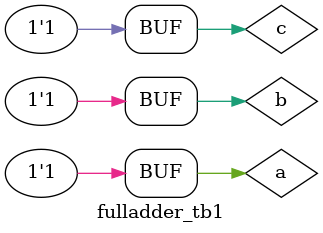
<source format=v>
`timescale 1ns / 1ps


module fulladder_tb1();reg a,b,c;
wire sum,carry;
full_adder2 uut(.a(a),.b(b),.c(c),.sum(sum),.carry(carry));
initial begin 
a=0;b=0;c=0;#10;
a=0;b=0;c=1;#10;
a=0;b=1;c=0;#10;
a=0;b=1;c=1;#10;
a=1;b=0;c=0;#10;
a=1;b=0;c=1;#10;
a=1;b=1;c=0;#10;
a=1;b=1;c=1;#10;
end
endmodule

</source>
